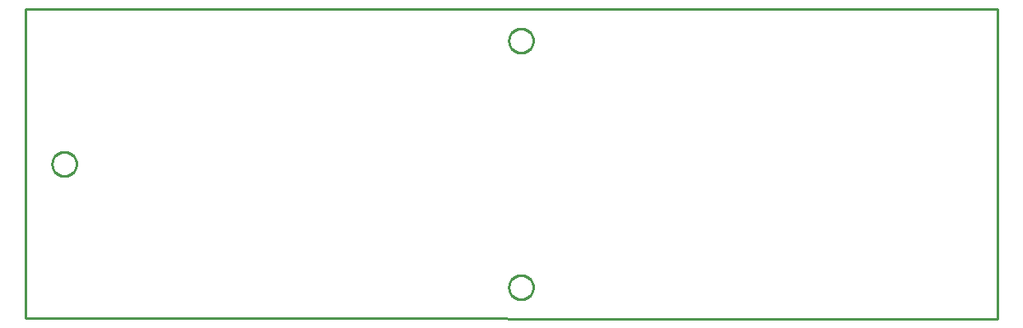
<source format=gbr>
G04 EAGLE Gerber RS-274X export*
G75*
%MOMM*%
%FSLAX34Y34*%
%LPD*%
%IN*%
%IPPOS*%
%AMOC8*
5,1,8,0,0,1.08239X$1,22.5*%
G01*
%ADD10C,0.254000*%


D10*
X0Y20750D02*
X999830Y20020D01*
X999830Y339440D01*
X0Y339440D01*
X0Y20750D01*
X52230Y179129D02*
X52153Y178150D01*
X51999Y177180D01*
X51770Y176224D01*
X51466Y175290D01*
X51091Y174383D01*
X50645Y173508D01*
X50131Y172670D01*
X49554Y171875D01*
X48916Y171128D01*
X48222Y170434D01*
X47475Y169796D01*
X46680Y169219D01*
X45842Y168705D01*
X44967Y168259D01*
X44060Y167884D01*
X43126Y167580D01*
X42171Y167351D01*
X41200Y167197D01*
X40221Y167120D01*
X39239Y167120D01*
X38260Y167197D01*
X37290Y167351D01*
X36334Y167580D01*
X35400Y167884D01*
X34493Y168259D01*
X33618Y168705D01*
X32780Y169219D01*
X31985Y169796D01*
X31238Y170434D01*
X30544Y171128D01*
X29906Y171875D01*
X29329Y172670D01*
X28815Y173508D01*
X28369Y174383D01*
X27994Y175290D01*
X27690Y176224D01*
X27461Y177180D01*
X27307Y178150D01*
X27230Y179129D01*
X27230Y180111D01*
X27307Y181090D01*
X27461Y182061D01*
X27690Y183016D01*
X27994Y183950D01*
X28369Y184857D01*
X28815Y185732D01*
X29329Y186570D01*
X29906Y187365D01*
X30544Y188112D01*
X31238Y188806D01*
X31985Y189444D01*
X32780Y190021D01*
X33618Y190535D01*
X34493Y190981D01*
X35400Y191356D01*
X36334Y191660D01*
X37290Y191889D01*
X38260Y192043D01*
X39239Y192120D01*
X40221Y192120D01*
X41200Y192043D01*
X42171Y191889D01*
X43126Y191660D01*
X44060Y191356D01*
X44967Y190981D01*
X45842Y190535D01*
X46680Y190021D01*
X47475Y189444D01*
X48222Y188806D01*
X48916Y188112D01*
X49554Y187365D01*
X50131Y186570D01*
X50645Y185732D01*
X51091Y184857D01*
X51466Y183950D01*
X51770Y183016D01*
X51999Y182061D01*
X52153Y181090D01*
X52230Y180111D01*
X52230Y179129D01*
X522130Y306129D02*
X522053Y305150D01*
X521899Y304180D01*
X521670Y303224D01*
X521366Y302290D01*
X520991Y301383D01*
X520545Y300508D01*
X520031Y299670D01*
X519454Y298875D01*
X518816Y298128D01*
X518122Y297434D01*
X517375Y296796D01*
X516580Y296219D01*
X515742Y295705D01*
X514867Y295259D01*
X513960Y294884D01*
X513026Y294580D01*
X512071Y294351D01*
X511100Y294197D01*
X510121Y294120D01*
X509139Y294120D01*
X508160Y294197D01*
X507190Y294351D01*
X506234Y294580D01*
X505300Y294884D01*
X504393Y295259D01*
X503518Y295705D01*
X502680Y296219D01*
X501885Y296796D01*
X501138Y297434D01*
X500444Y298128D01*
X499806Y298875D01*
X499229Y299670D01*
X498715Y300508D01*
X498269Y301383D01*
X497894Y302290D01*
X497590Y303224D01*
X497361Y304180D01*
X497207Y305150D01*
X497130Y306129D01*
X497130Y307111D01*
X497207Y308090D01*
X497361Y309061D01*
X497590Y310016D01*
X497894Y310950D01*
X498269Y311857D01*
X498715Y312732D01*
X499229Y313570D01*
X499806Y314365D01*
X500444Y315112D01*
X501138Y315806D01*
X501885Y316444D01*
X502680Y317021D01*
X503518Y317535D01*
X504393Y317981D01*
X505300Y318356D01*
X506234Y318660D01*
X507190Y318889D01*
X508160Y319043D01*
X509139Y319120D01*
X510121Y319120D01*
X511100Y319043D01*
X512071Y318889D01*
X513026Y318660D01*
X513960Y318356D01*
X514867Y317981D01*
X515742Y317535D01*
X516580Y317021D01*
X517375Y316444D01*
X518122Y315806D01*
X518816Y315112D01*
X519454Y314365D01*
X520031Y313570D01*
X520545Y312732D01*
X520991Y311857D01*
X521366Y310950D01*
X521670Y310016D01*
X521899Y309061D01*
X522053Y308090D01*
X522130Y307111D01*
X522130Y306129D01*
X522130Y52129D02*
X522053Y51150D01*
X521899Y50180D01*
X521670Y49224D01*
X521366Y48290D01*
X520991Y47383D01*
X520545Y46508D01*
X520031Y45670D01*
X519454Y44875D01*
X518816Y44128D01*
X518122Y43434D01*
X517375Y42796D01*
X516580Y42219D01*
X515742Y41705D01*
X514867Y41259D01*
X513960Y40884D01*
X513026Y40580D01*
X512071Y40351D01*
X511100Y40197D01*
X510121Y40120D01*
X509139Y40120D01*
X508160Y40197D01*
X507190Y40351D01*
X506234Y40580D01*
X505300Y40884D01*
X504393Y41259D01*
X503518Y41705D01*
X502680Y42219D01*
X501885Y42796D01*
X501138Y43434D01*
X500444Y44128D01*
X499806Y44875D01*
X499229Y45670D01*
X498715Y46508D01*
X498269Y47383D01*
X497894Y48290D01*
X497590Y49224D01*
X497361Y50180D01*
X497207Y51150D01*
X497130Y52129D01*
X497130Y53111D01*
X497207Y54090D01*
X497361Y55061D01*
X497590Y56016D01*
X497894Y56950D01*
X498269Y57857D01*
X498715Y58732D01*
X499229Y59570D01*
X499806Y60365D01*
X500444Y61112D01*
X501138Y61806D01*
X501885Y62444D01*
X502680Y63021D01*
X503518Y63535D01*
X504393Y63981D01*
X505300Y64356D01*
X506234Y64660D01*
X507190Y64889D01*
X508160Y65043D01*
X509139Y65120D01*
X510121Y65120D01*
X511100Y65043D01*
X512071Y64889D01*
X513026Y64660D01*
X513960Y64356D01*
X514867Y63981D01*
X515742Y63535D01*
X516580Y63021D01*
X517375Y62444D01*
X518122Y61806D01*
X518816Y61112D01*
X519454Y60365D01*
X520031Y59570D01*
X520545Y58732D01*
X520991Y57857D01*
X521366Y56950D01*
X521670Y56016D01*
X521899Y55061D01*
X522053Y54090D01*
X522130Y53111D01*
X522130Y52129D01*
M02*

</source>
